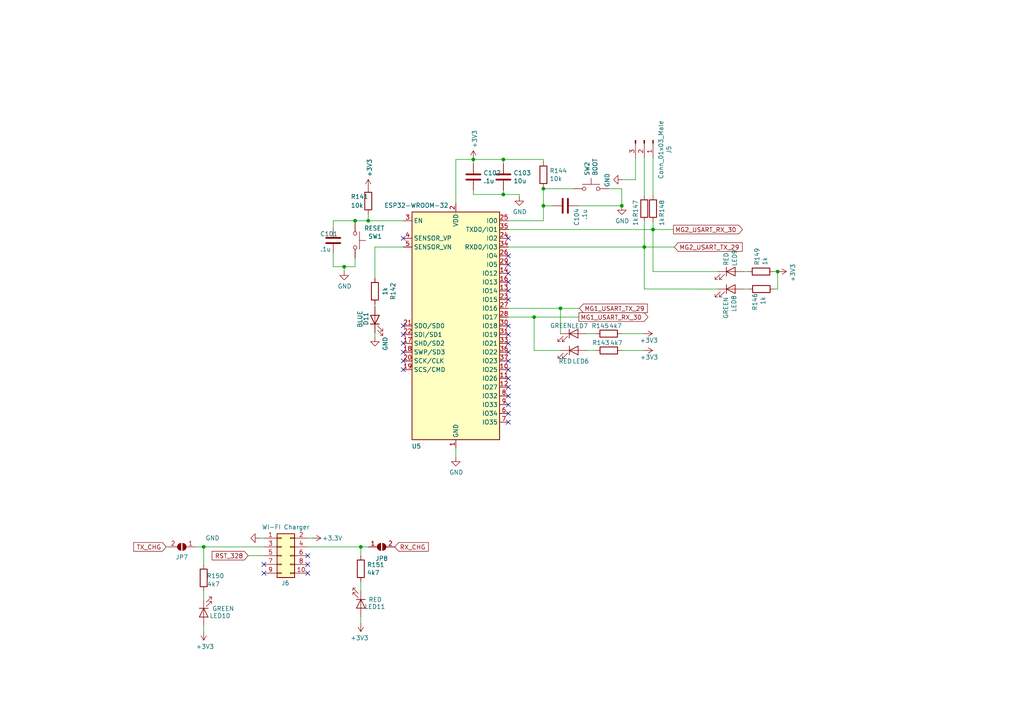
<source format=kicad_sch>
(kicad_sch (version 20211123) (generator eeschema)
  (paper "A4")
  (lib_symbols
    (symbol "Jumper:SolderJumper_2_Open" (pin_names (offset 0) hide)
      (property "Reference" "JP" (at 0 2.032 0))
      (property "Value" "SolderJumper_2_Open" (at 0 -2.54 0))
      (symbol "SolderJumper_2_Open_0_1"
        (arc (start -0.254 1.016) (mid -1.27 0) (end -0.254 -1.016))
        (arc (start -0.254 1.016) (mid -1.27 0) (end -0.254 -1.016) (fill (type outline)))
        (polyline (pts (xy -0.254 1.016) (xy -0.254 -1.016)))
        (polyline (pts (xy 0.254 1.016) (xy 0.254 -1.016)))
        (arc (start 0.254 -1.016) (mid 1.27 0) (end 0.254 1.016))
        (arc (start 0.254 -1.016) (mid 1.27 0) (end 0.254 1.016) (fill (type outline)))
      )
      (symbol "SolderJumper_2_Open_1_1"
        (pin passive line (at -3.81 0 0) (length 2.54) (name "A") (number "1"))
        (pin passive line (at 3.81 0 180) (length 2.54) (name "B") (number "2"))
      )
    )
    (symbol "auris-rescue:+3.3V-power" (power) (pin_names (offset 0))
      (property "Value" "+3.3V-power" (at 0 3.556 0))
      (symbol "+3.3V-power_0_1"
        (polyline (pts (xy -0.762 1.27) (xy 0 2.54)))
        (polyline (pts (xy 0 0) (xy 0 2.54)))
        (polyline (pts (xy 0 2.54) (xy 0.762 1.27)))
      )
      (symbol "+3.3V-power_1_1"
        (pin power_in line (at 0 0 90) (length 0) hide (name "+3V3") (number "1"))
      )
    )
    (symbol "auris-rescue:C-Device-prius_gen2-rescue-prius_gen2-rescue-prius_gen2-rescue" (pin_numbers hide) (pin_names (offset 0.254))
      (property "Reference" "C" (at 0.635 2.54 0))
      (property "Value" "C-Device-prius_gen2-rescue-prius_gen2-rescue-prius_gen2-rescue" (at 0.635 -2.54 0))
      (symbol "C-Device-prius_gen2-rescue-prius_gen2-rescue-prius_gen2-rescue_0_1"
        (polyline (pts (xy -2.032 -0.762) (xy 2.032 -0.762)) (stroke (width 0.508)))
        (polyline (pts (xy -2.032 0.762) (xy 2.032 0.762)) (stroke (width 0.508)))
      )
      (symbol "C-Device-prius_gen2-rescue-prius_gen2-rescue-prius_gen2-rescue_1_1"
        (pin passive line (at 0 3.81 270) (length 2.794) (name "~") (number "1"))
        (pin passive line (at 0 -3.81 90) (length 2.794) (name "~") (number "2"))
      )
    )
    (symbol "auris-rescue:Conn_01x03_Male-Connector-prius_gen2-rescue-prius_gen2-rescue-prius_gen2-rescue" (pin_names (offset 1.016) hide)
      (property "Reference" "J" (at 0 5.08 0))
      (property "Value" "Conn_01x03_Male-Connector-prius_gen2-rescue-prius_gen2-rescue-prius_gen2-rescue" (at 0 -5.08 0))
      (symbol "Conn_01x03_Male-Connector-prius_gen2-rescue-prius_gen2-rescue-prius_gen2-rescue_1_1"
        (polyline (pts (xy 1.27 -2.54) (xy 0.8636 -2.54)) (stroke (width 0.1524)))
        (polyline (pts (xy 1.27 0) (xy 0.8636 0)) (stroke (width 0.1524)))
        (polyline (pts (xy 1.27 2.54) (xy 0.8636 2.54)) (stroke (width 0.1524)))
        (rectangle (start 0.8636 -2.413) (end 0 -2.667) (stroke (width 0.1524)) (fill (type outline)))
        (rectangle (start 0.8636 0.127) (end 0 -0.127) (stroke (width 0.1524)) (fill (type outline)))
        (rectangle (start 0.8636 2.667) (end 0 2.413) (stroke (width 0.1524)) (fill (type outline)))
        (pin passive line (at 5.08 2.54 180) (length 3.81) (name "Pin_1") (number "1"))
        (pin passive line (at 5.08 0 180) (length 3.81) (name "Pin_2") (number "2"))
        (pin passive line (at 5.08 -2.54 180) (length 3.81) (name "Pin_3") (number "3"))
      )
    )
    (symbol "auris-rescue:Conn_02x05_Odd_Even-Connector_Generic" (pin_names (offset 1.016) hide)
      (property "Reference" "J" (at 1.27 7.62 0))
      (property "Value" "Conn_02x05_Odd_Even-Connector_Generic" (at 1.27 -7.62 0))
      (symbol "Conn_02x05_Odd_Even-Connector_Generic_1_1"
        (rectangle (start -1.27 -4.953) (end 0 -5.207) (stroke (width 0.1524)))
        (rectangle (start -1.27 -2.413) (end 0 -2.667) (stroke (width 0.1524)))
        (rectangle (start -1.27 0.127) (end 0 -0.127) (stroke (width 0.1524)))
        (rectangle (start -1.27 2.667) (end 0 2.413) (stroke (width 0.1524)))
        (rectangle (start -1.27 5.207) (end 0 4.953) (stroke (width 0.1524)))
        (rectangle (start -1.27 6.35) (end 3.81 -6.35) (stroke (width 0.254)) (fill (type background)))
        (rectangle (start 3.81 -4.953) (end 2.54 -5.207) (stroke (width 0.1524)))
        (rectangle (start 3.81 -2.413) (end 2.54 -2.667) (stroke (width 0.1524)))
        (rectangle (start 3.81 0.127) (end 2.54 -0.127) (stroke (width 0.1524)))
        (rectangle (start 3.81 2.667) (end 2.54 2.413) (stroke (width 0.1524)))
        (rectangle (start 3.81 5.207) (end 2.54 4.953) (stroke (width 0.1524)))
        (pin passive line (at -5.08 5.08 0) (length 3.81) (name "Pin_1") (number "1"))
        (pin passive line (at 7.62 -5.08 180) (length 3.81) (name "Pin_10") (number "10"))
        (pin passive line (at 7.62 5.08 180) (length 3.81) (name "Pin_2") (number "2"))
        (pin passive line (at -5.08 2.54 0) (length 3.81) (name "Pin_3") (number "3"))
        (pin passive line (at 7.62 2.54 180) (length 3.81) (name "Pin_4") (number "4"))
        (pin passive line (at -5.08 0 0) (length 3.81) (name "Pin_5") (number "5"))
        (pin passive line (at 7.62 0 180) (length 3.81) (name "Pin_6") (number "6"))
        (pin passive line (at -5.08 -2.54 0) (length 3.81) (name "Pin_7") (number "7"))
        (pin passive line (at 7.62 -2.54 180) (length 3.81) (name "Pin_8") (number "8"))
        (pin passive line (at -5.08 -5.08 0) (length 3.81) (name "Pin_9") (number "9"))
      )
    )
    (symbol "auris-rescue:ESP32-WROOM-32-RF_Module-prius_gen2-rescue-prius_gen2-rescue-prius_gen2-rescue"
      (property "Reference" "U" (at -12.7 34.29 0))
      (property "Value" "ESP32-WROOM-32-RF_Module-prius_gen2-rescue-prius_gen2-rescue-prius_gen2-rescue" (at 1.27 34.29 0))
      (symbol "ESP32-WROOM-32-RF_Module-prius_gen2-rescue-prius_gen2-rescue-prius_gen2-rescue_0_1"
        (rectangle (start -12.7 33.02) (end 12.7 -33.02) (stroke (width 0.254)) (fill (type background)))
      )
      (symbol "ESP32-WROOM-32-RF_Module-prius_gen2-rescue-prius_gen2-rescue-prius_gen2-rescue_1_1"
        (pin power_in line (at 0 -35.56 90) (length 2.54) (name "GND") (number "1"))
        (pin bidirectional line (at 15.24 -12.7 180) (length 2.54) (name "IO25") (number "10"))
        (pin bidirectional line (at 15.24 -15.24 180) (length 2.54) (name "IO26") (number "11"))
        (pin bidirectional line (at 15.24 -17.78 180) (length 2.54) (name "IO27") (number "12"))
        (pin bidirectional line (at 15.24 10.16 180) (length 2.54) (name "IO14") (number "13"))
        (pin bidirectional line (at 15.24 15.24 180) (length 2.54) (name "IO12") (number "14"))
        (pin passive line (at 0 -35.56 90) (length 2.54) hide (name "GND") (number "15"))
        (pin bidirectional line (at 15.24 12.7 180) (length 2.54) (name "IO13") (number "16"))
        (pin bidirectional line (at -15.24 -5.08 0) (length 2.54) (name "SHD/SD2") (number "17"))
        (pin bidirectional line (at -15.24 -7.62 0) (length 2.54) (name "SWP/SD3") (number "18"))
        (pin bidirectional line (at -15.24 -12.7 0) (length 2.54) (name "SCS/CMD") (number "19"))
        (pin power_in line (at 0 35.56 270) (length 2.54) (name "VDD") (number "2"))
        (pin bidirectional line (at -15.24 -10.16 0) (length 2.54) (name "SCK/CLK") (number "20"))
        (pin bidirectional line (at -15.24 0 0) (length 2.54) (name "SDO/SD0") (number "21"))
        (pin bidirectional line (at -15.24 -2.54 0) (length 2.54) (name "SDI/SD1") (number "22"))
        (pin bidirectional line (at 15.24 7.62 180) (length 2.54) (name "IO15") (number "23"))
        (pin bidirectional line (at 15.24 25.4 180) (length 2.54) (name "IO2") (number "24"))
        (pin bidirectional line (at 15.24 30.48 180) (length 2.54) (name "IO0") (number "25"))
        (pin bidirectional line (at 15.24 20.32 180) (length 2.54) (name "IO4") (number "26"))
        (pin bidirectional line (at 15.24 5.08 180) (length 2.54) (name "IO16") (number "27"))
        (pin bidirectional line (at 15.24 2.54 180) (length 2.54) (name "IO17") (number "28"))
        (pin bidirectional line (at 15.24 17.78 180) (length 2.54) (name "IO5") (number "29"))
        (pin input line (at -15.24 30.48 0) (length 2.54) (name "EN") (number "3"))
        (pin bidirectional line (at 15.24 0 180) (length 2.54) (name "IO18") (number "30"))
        (pin bidirectional line (at 15.24 -2.54 180) (length 2.54) (name "IO19") (number "31"))
        (pin no_connect line (at -12.7 -27.94 0) (length 2.54) hide (name "NC") (number "32"))
        (pin bidirectional line (at 15.24 -5.08 180) (length 2.54) (name "IO21") (number "33"))
        (pin bidirectional line (at 15.24 22.86 180) (length 2.54) (name "RXD0/IO3") (number "34"))
        (pin bidirectional line (at 15.24 27.94 180) (length 2.54) (name "TXD0/IO1") (number "35"))
        (pin bidirectional line (at 15.24 -7.62 180) (length 2.54) (name "IO22") (number "36"))
        (pin bidirectional line (at 15.24 -10.16 180) (length 2.54) (name "IO23") (number "37"))
        (pin passive line (at 0 -35.56 90) (length 2.54) hide (name "GND") (number "38"))
        (pin passive line (at 0 -35.56 90) (length 2.54) hide (name "GND") (number "39"))
        (pin input line (at -15.24 25.4 0) (length 2.54) (name "SENSOR_VP") (number "4"))
        (pin input line (at -15.24 22.86 0) (length 2.54) (name "SENSOR_VN") (number "5"))
        (pin input line (at 15.24 -25.4 180) (length 2.54) (name "IO34") (number "6"))
        (pin input line (at 15.24 -27.94 180) (length 2.54) (name "IO35") (number "7"))
        (pin bidirectional line (at 15.24 -20.32 180) (length 2.54) (name "IO32") (number "8"))
        (pin bidirectional line (at 15.24 -22.86 180) (length 2.54) (name "IO33") (number "9"))
      )
    )
    (symbol "auris-rescue:GND-power" (power) (pin_names (offset 0))
      (property "Value" "GND-power" (at 0 -3.81 0))
      (symbol "GND-power_0_1"
        (polyline (pts (xy 0 0) (xy 0 -1.27) (xy 1.27 -1.27) (xy 0 -2.54) (xy -1.27 -1.27) (xy 0 -1.27)))
      )
      (symbol "GND-power_1_1"
        (pin power_in line (at 0 0 270) (length 0) hide (name "GND") (number "1"))
      )
    )
    (symbol "auris-rescue:GND-power-prius_gen2-rescue-prius_gen2-rescue-prius_gen2-rescue" (power) (pin_names (offset 0))
      (property "Value" "GND-power-prius_gen2-rescue-prius_gen2-rescue-prius_gen2-rescue" (at 0 -3.81 0))
      (symbol "GND-power-prius_gen2-rescue-prius_gen2-rescue-prius_gen2-rescue_0_1"
        (polyline (pts (xy 0 0) (xy 0 -1.27) (xy 1.27 -1.27) (xy 0 -2.54) (xy -1.27 -1.27) (xy 0 -1.27)))
      )
      (symbol "GND-power-prius_gen2-rescue-prius_gen2-rescue-prius_gen2-rescue_1_1"
        (pin power_in line (at 0 0 270) (length 0) hide (name "GND") (number "1"))
      )
    )
    (symbol "auris-rescue:LED-Device" (pin_numbers hide) (pin_names (offset 1.016) hide)
      (property "Reference" "D" (at 0 2.54 0))
      (property "Value" "LED-Device" (at 0 -2.54 0))
      (symbol "LED-Device_0_1"
        (polyline (pts (xy -1.27 -1.27) (xy -1.27 1.27)) (stroke (width 0.2032)))
        (polyline (pts (xy -1.27 0) (xy 1.27 0)))
        (polyline (pts (xy 1.27 -1.27) (xy 1.27 1.27) (xy -1.27 0) (xy 1.27 -1.27)) (stroke (width 0.2032)))
        (polyline (pts (xy -3.048 -0.762) (xy -4.572 -2.286) (xy -3.81 -2.286) (xy -4.572 -2.286) (xy -4.572 -1.524)))
        (polyline (pts (xy -1.778 -0.762) (xy -3.302 -2.286) (xy -2.54 -2.286) (xy -3.302 -2.286) (xy -3.302 -1.524)))
      )
      (symbol "LED-Device_1_1"
        (pin passive line (at -3.81 0 0) (length 2.54) (name "K") (number "1"))
        (pin passive line (at 3.81 0 180) (length 2.54) (name "A") (number "2"))
      )
    )
    (symbol "auris-rescue:LED-Device-prius_gen2-rescue-prius_gen2-rescue-prius_gen2-rescue" (pin_numbers hide) (pin_names (offset 1.016) hide)
      (property "Reference" "D" (at 0 2.54 0))
      (property "Value" "LED-Device-prius_gen2-rescue-prius_gen2-rescue-prius_gen2-rescue" (at 0 -2.54 0))
      (symbol "LED-Device-prius_gen2-rescue-prius_gen2-rescue-prius_gen2-rescue_0_1"
        (polyline (pts (xy -1.27 -1.27) (xy -1.27 1.27)) (stroke (width 0.254)))
        (polyline (pts (xy -1.27 0) (xy 1.27 0)))
        (polyline (pts (xy 1.27 -1.27) (xy 1.27 1.27) (xy -1.27 0) (xy 1.27 -1.27)) (stroke (width 0.254)))
        (polyline (pts (xy -3.048 -0.762) (xy -4.572 -2.286) (xy -3.81 -2.286) (xy -4.572 -2.286) (xy -4.572 -1.524)))
        (polyline (pts (xy -1.778 -0.762) (xy -3.302 -2.286) (xy -2.54 -2.286) (xy -3.302 -2.286) (xy -3.302 -1.524)))
      )
      (symbol "LED-Device-prius_gen2-rescue-prius_gen2-rescue-prius_gen2-rescue_1_1"
        (pin passive line (at -3.81 0 0) (length 2.54) (name "K") (number "1"))
        (pin passive line (at 3.81 0 180) (length 2.54) (name "A") (number "2"))
      )
    )
    (symbol "auris-rescue:R-Device" (pin_numbers hide) (pin_names (offset 0))
      (property "Reference" "R" (at 2.032 0 90))
      (property "Value" "R-Device" (at 0 0 90))
      (symbol "R-Device_0_1"
        (rectangle (start -1.016 -2.54) (end 1.016 2.54) (stroke (width 0.254)))
      )
      (symbol "R-Device_1_1"
        (pin passive line (at 0 3.81 270) (length 1.27) (name "~") (number "1"))
        (pin passive line (at 0 -3.81 90) (length 1.27) (name "~") (number "2"))
      )
    )
    (symbol "auris-rescue:R-Device-prius_gen2-rescue-prius_gen2-rescue-prius_gen2-rescue" (pin_numbers hide) (pin_names (offset 0))
      (property "Reference" "R" (at 2.032 0 90))
      (property "Value" "R-Device-prius_gen2-rescue-prius_gen2-rescue-prius_gen2-rescue" (at 0 0 90))
      (symbol "R-Device-prius_gen2-rescue-prius_gen2-rescue-prius_gen2-rescue_0_1"
        (rectangle (start -1.016 -2.54) (end 1.016 2.54) (stroke (width 0.254)))
      )
      (symbol "R-Device-prius_gen2-rescue-prius_gen2-rescue-prius_gen2-rescue_1_1"
        (pin passive line (at 0 3.81 270) (length 1.27) (name "~") (number "1"))
        (pin passive line (at 0 -3.81 90) (length 1.27) (name "~") (number "2"))
      )
    )
    (symbol "auris-rescue:SW_Push-Switch-prius_gen2-rescue-prius_gen2-rescue-prius_gen2-rescue" (pin_numbers hide) (pin_names (offset 1.016) hide)
      (property "Reference" "SW" (at 1.27 2.54 0))
      (property "Value" "SW_Push-Switch-prius_gen2-rescue-prius_gen2-rescue-prius_gen2-rescue" (at 0 -1.524 0))
      (symbol "SW_Push-Switch-prius_gen2-rescue-prius_gen2-rescue-prius_gen2-rescue_0_1"
        (circle (center -2.032 0) (radius 0.508))
        (polyline (pts (xy 0 1.27) (xy 0 3.048)))
        (polyline (pts (xy 2.54 1.27) (xy -2.54 1.27)))
        (circle (center 2.032 0) (radius 0.508))
        (pin passive line (at -5.08 0 0) (length 2.54) (name "1") (number "1"))
        (pin passive line (at 5.08 0 180) (length 2.54) (name "2") (number "2"))
      )
    )
    (symbol "power:+3.3V" (power) (pin_names (offset 0))
      (property "Value" "+3.3V" (at 0 3.556 0))
      (symbol "+3.3V_0_1"
        (polyline (pts (xy -0.762 1.27) (xy 0 2.54)))
        (polyline (pts (xy 0 0) (xy 0 2.54)))
        (polyline (pts (xy 0 2.54) (xy 0.762 1.27)))
      )
      (symbol "+3.3V_1_1"
        (pin power_in line (at 0 0 90) (length 0) hide (name "+3.3V") (number "1"))
      )
    )
  )
  (junction (at 104.648 158.623))
  (junction (at 145.9992 46.2534))
  (junction (at 106.807 64.0334))
  (junction (at 180.34 59.69))
  (junction (at 186.8678 71.6534))
  (junction (at 225.552 78.7654))
  (junction (at 157.607 54.737))
  (junction (at 102.997 64.0334))
  (junction (at 189.4078 66.5734))
  (junction (at 162.56 89.4334))
  (junction (at 154.9146 91.9734))
  (junction (at 157.607 59.69))
  (junction (at 99.822 77.3684))
  (junction (at 137.287 46.2534))
  (junction (at 59.0804 158.623))
  (junction (at 145.9992 56.4134))
  (no_connect (at 147.447 74.1934))
  (no_connect (at 147.447 86.8934))
  (no_connect (at 147.447 69.1134))
  (no_connect (at 147.447 109.7534))
  (no_connect (at 147.447 76.7334))
  (no_connect (at 116.967 69.1134))
  (no_connect (at 147.447 94.5134))
  (no_connect (at 147.447 104.6734))
  (no_connect (at 147.447 114.8334))
  (no_connect (at 116.967 102.1334))
  (no_connect (at 147.447 97.0534))
  (no_connect (at 116.967 97.0534))
  (no_connect (at 147.447 84.3534))
  (no_connect (at 147.447 107.2134))
  (no_connect (at 116.967 99.5934))
  (no_connect (at 147.447 102.1334))
  (no_connect (at 116.967 94.5134))
  (no_connect (at 147.447 117.3734))
  (no_connect (at 147.447 81.8134))
  (no_connect (at 147.447 112.2934))
  (no_connect (at 147.447 99.5934))
  (no_connect (at 116.967 104.6734))
  (no_connect (at 147.447 122.4534))
  (no_connect (at 147.447 119.9134))
  (no_connect (at 89.2556 161.163))
  (no_connect (at 89.2556 163.703))
  (no_connect (at 89.2556 166.243))
  (no_connect (at 76.5556 163.703))
  (no_connect (at 76.5556 166.243))
  (no_connect (at 116.967 107.2134))
  (no_connect (at 147.447 79.2734))
  (wire (pts (xy 154.9146 91.9734) (xy 167.894 91.9734)))
  (wire (pts (xy 145.9992 46.2534) (xy 157.607 46.2534)))
  (wire (pts (xy 137.287 56.4134) (xy 137.287 55.1434)))
  (wire (pts (xy 162.56 89.4334) (xy 162.56 96.774)))
  (wire (pts (xy 132.207 130.0734) (xy 132.207 132.6134)))
  (wire (pts (xy 59.0804 181.5084) (xy 59.0804 183.1594)))
  (wire (pts (xy 176.53 54.737) (xy 180.34 54.737)))
  (wire (pts (xy 180.34 54.737) (xy 180.34 59.69)))
  (wire (pts (xy 189.4078 66.5734) (xy 195.326 66.5734)))
  (wire (pts (xy 154.9146 91.9734) (xy 154.9146 101.6508)))
  (wire (pts (xy 108.7374 71.6534) (xy 108.7374 80.6704)))
  (wire (pts (xy 106.807 62.1284) (xy 106.807 64.0334)))
  (wire (pts (xy 99.822 78.6384) (xy 99.822 77.3684)))
  (wire (pts (xy 150.622 57.0484) (xy 150.622 56.4134)))
  (wire (pts (xy 59.0804 158.623) (xy 59.0804 163.8046)))
  (wire (pts (xy 186.8678 71.6534) (xy 195.58 71.6534)))
  (wire (pts (xy 186.8678 83.82) (xy 208.153 83.8454)))
  (wire (pts (xy 186.8678 45.7708) (xy 186.8678 56.6928)))
  (wire (pts (xy 59.0804 158.623) (xy 76.5556 158.623)))
  (wire (pts (xy 104.648 158.623) (xy 104.648 161.163)))
  (wire (pts (xy 137.287 46.2534) (xy 145.9992 46.2534)))
  (wire (pts (xy 157.607 54.5084) (xy 157.607 54.737)))
  (wire (pts (xy 166.37 54.737) (xy 157.607 54.737)))
  (wire (pts (xy 145.9992 56.4134) (xy 150.622 56.4134)))
  (wire (pts (xy 96.647 64.0334) (xy 96.647 65.9384)))
  (wire (pts (xy 157.607 54.737) (xy 157.607 59.69)))
  (wire (pts (xy 89.2556 156.083) (xy 90.5256 156.083)))
  (wire (pts (xy 108.7374 88.9254) (xy 108.7374 88.2904)))
  (wire (pts (xy 157.607 59.69) (xy 157.607 64.0334)))
  (wire (pts (xy 147.447 89.4334) (xy 162.56 89.4334)))
  (wire (pts (xy 154.9146 101.6508) (xy 162.6108 101.6508)))
  (wire (pts (xy 59.0804 173.8884) (xy 59.0804 171.4246)))
  (wire (pts (xy 104.648 168.783) (xy 104.648 171.323)))
  (wire (pts (xy 106.807 64.0334) (xy 116.967 64.0334)))
  (wire (pts (xy 184.3278 52.1208) (xy 184.3278 45.7708)))
  (wire (pts (xy 137.287 46.2534) (xy 137.287 47.5234)))
  (wire (pts (xy 186.8678 64.3128) (xy 186.8678 71.6534)))
  (wire (pts (xy 89.2556 158.623) (xy 104.648 158.623)))
  (wire (pts (xy 189.4078 64.3128) (xy 189.4078 66.5734)))
  (wire (pts (xy 147.447 66.5734) (xy 189.4078 66.5734)))
  (wire (pts (xy 162.56 89.4334) (xy 168.0464 89.4334)))
  (wire (pts (xy 189.4078 45.7708) (xy 189.4078 56.6928)))
  (wire (pts (xy 102.997 77.3684) (xy 102.997 74.8284)))
  (wire (pts (xy 186.8678 71.6534) (xy 186.8678 83.82)))
  (wire (pts (xy 102.997 64.0334) (xy 106.807 64.0334)))
  (wire (pts (xy 147.447 64.0334) (xy 157.607 64.0334)))
  (wire (pts (xy 137.287 56.4134) (xy 145.9992 56.4134)))
  (wire (pts (xy 106.807 54.61) (xy 106.807 54.5084)))
  (wire (pts (xy 102.997 64.0334) (xy 96.647 64.0334)))
  (wire (pts (xy 189.4078 66.5734) (xy 189.4078 78.7654)))
  (wire (pts (xy 116.967 71.6534) (xy 108.7374 71.6534)))
  (wire (pts (xy 215.773 78.7654) (xy 216.916 78.7654)))
  (wire (pts (xy 170.18 96.774) (xy 172.72 96.774)))
  (wire (pts (xy 102.997 64.6684) (xy 102.997 64.0334)))
  (wire (pts (xy 145.9992 55.1434) (xy 145.9992 56.4134)))
  (wire (pts (xy 76.5556 156.083) (xy 75.2856 156.083)))
  (wire (pts (xy 170.2308 101.6508) (xy 172.7708 101.6508)))
  (wire (pts (xy 180.34 59.69) (xy 167.767 59.69)))
  (wire (pts (xy 132.207 46.2534) (xy 137.287 46.2534)))
  (wire (pts (xy 189.4078 78.7654) (xy 208.153 78.7654)))
  (wire (pts (xy 224.6376 83.8454) (xy 225.552 83.8454)))
  (wire (pts (xy 224.536 78.7654) (xy 225.552 78.7654)))
  (wire (pts (xy 145.9992 47.5234) (xy 145.9992 46.2534)))
  (wire (pts (xy 180.34 96.774) (xy 186.69 96.774)))
  (wire (pts (xy 48.2092 158.623) (xy 48.9204 158.623)))
  (wire (pts (xy 132.207 58.9534) (xy 132.207 46.2534)))
  (wire (pts (xy 96.647 73.5584) (xy 96.647 77.3684)))
  (wire (pts (xy 99.822 77.3684) (xy 102.997 77.3684)))
  (wire (pts (xy 108.7374 96.5454) (xy 108.7374 97.8154)))
  (wire (pts (xy 215.773 83.8454) (xy 217.0176 83.8454)))
  (wire (pts (xy 180.3908 101.6508) (xy 186.7408 101.6508)))
  (wire (pts (xy 147.447 71.6534) (xy 186.8678 71.6534)))
  (wire (pts (xy 104.648 158.623) (xy 106.8832 158.623)))
  (wire (pts (xy 71.9836 161.163) (xy 76.5556 161.163)))
  (wire (pts (xy 147.447 91.9734) (xy 154.9146 91.9734)))
  (wire (pts (xy 96.647 77.3684) (xy 99.822 77.3684)))
  (wire (pts (xy 104.648 178.943) (xy 104.648 180.6448)))
  (wire (pts (xy 56.5404 158.623) (xy 59.0804 158.623)))
  (wire (pts (xy 157.607 46.2534) (xy 157.607 46.8884)))
  (wire (pts (xy 225.552 83.8454) (xy 225.552 78.7654)))
  (wire (pts (xy 180.5178 52.1208) (xy 184.3278 52.1208)))
  (wire (pts (xy 160.147 59.69) (xy 157.607 59.69)))
  (global_label "RST_328" (shape input) (at 71.9836 161.163 180) (property "Обозначения листов" "${INTERSHEET_REFS}" (effects hide)))
  (global_label "TX_CHG" (shape input) (at 48.2092 158.623 180) (property "Обозначения листов" "${INTERSHEET_REFS}" (effects hide)))
  (global_label "MG1_USART_RX_30" (shape output) (at 167.894 91.9734 0) (property "Обозначения листов" "${INTERSHEET_REFS}" (effects hide)))
  (global_label "MG1_USART_TX_29" (shape input) (at 168.0464 89.4334 0) (property "Обозначения листов" "${INTERSHEET_REFS}" (effects hide)))
  (global_label "MG2_USART_RX_30" (shape output) (at 195.326 66.5734 0) (property "Обозначения листов" "${INTERSHEET_REFS}" (effects hide)))
  (global_label "MG2_USART_TX_29" (shape input) (at 195.58 71.6534 0) (property "Обозначения листов" "${INTERSHEET_REFS}" (effects hide)))
  (global_label "RX_CHG" (shape input) (at 114.5032 158.623 0) (property "Обозначения листов" "${INTERSHEET_REFS}" (effects hide)))
  (symbol (lib_id "auris-rescue:ESP32-WROOM-32-RF_Module-prius_gen2-rescue-prius_gen2-rescue-prius_gen2-rescue") (at 132.207 94.5134 0) (unit 1)
    (property "Reference" "U5" (at 120.777 129.4384 0))
    (property "Value" "ESP32-WROOM-32" (at 120.777 59.5884 0))
    (property "Footprint" "RF_Module:ESP32-WROOM-32" (effects hide))
    (property "Datasheet" "https://www.espressif.com/sites/default/files/documentation/esp32-wroom-32_datasheet_en.pdf" (effects hide))
  )
  (symbol (lib_id "auris-rescue:GND-power-prius_gen2-rescue-prius_gen2-rescue-prius_gen2-rescue") (at 132.207 132.6134 0) (unit 1)
    (property "Reference" "#PWR0205" (effects hide))
    (property "Value" "GND" (at 132.334 137.0076 0))
  )
  (symbol (lib_id "auris-rescue:SW_Push-Switch-prius_gen2-rescue-prius_gen2-rescue-prius_gen2-rescue") (at 102.997 69.7484 270) (unit 1)
    (property "Reference" "SW1" (at 106.7562 68.58 90) (effects (justify left)))
    (property "Value" "RESET" (at 105.6132 66.2178 90) (effects (justify left)))
    (property "Footprint" "Button_Switch_SMD:SW_SPST_EVQQ2" (effects hide))
  )
  (symbol (lib_id "auris-rescue:C-Device-prius_gen2-rescue-prius_gen2-rescue-prius_gen2-rescue") (at 137.287 51.3334 0) (unit 1)
    (property "Reference" "C102" (at 140.208 50.165 0) (effects (justify left)))
    (property "Value" ".1u" (at 140.208 52.4764 0) (effects (justify left)))
    (property "Footprint" "Capacitor_SMD:C_0805_2012Metric" (effects hide))
  )
  (symbol (lib_id "auris-rescue:C-Device-prius_gen2-rescue-prius_gen2-rescue-prius_gen2-rescue") (at 145.9992 51.3334 0) (unit 1)
    (property "Reference" "C103" (at 148.9202 50.165 0) (effects (justify left)))
    (property "Value" "10u" (at 148.9202 52.4764 0) (effects (justify left)))
    (property "Footprint" "Capacitor_SMD:C_0805_2012Metric" (effects hide))
  )
  (symbol (lib_id "auris-rescue:GND-power-prius_gen2-rescue-prius_gen2-rescue-prius_gen2-rescue") (at 150.622 57.0484 0) (unit 1)
    (property "Reference" "#PWR0206" (effects hide))
    (property "Value" "GND" (at 150.749 61.4426 0))
  )
  (symbol (lib_id "auris-rescue:R-Device-prius_gen2-rescue-prius_gen2-rescue-prius_gen2-rescue") (at 106.807 58.3184 0) (unit 1)
    (property "Reference" "R141" (at 101.727 57.0484 0) (effects (justify left)))
    (property "Value" "10k" (at 101.727 59.5884 0) (effects (justify left)))
    (property "Footprint" "Resistor_SMD:R_0805_2012Metric" (effects hide))
  )
  (symbol (lib_id "auris-rescue:C-Device-prius_gen2-rescue-prius_gen2-rescue-prius_gen2-rescue") (at 96.647 69.7484 0) (unit 1)
    (property "Reference" "C101" (at 92.837 67.8434 0) (effects (justify left)))
    (property "Value" ".1u" (at 92.837 72.2884 0) (effects (justify left)))
    (property "Footprint" "Capacitor_SMD:C_0805_2012Metric" (effects hide))
  )
  (symbol (lib_id "auris-rescue:GND-power-prius_gen2-rescue-prius_gen2-rescue-prius_gen2-rescue") (at 99.822 78.6384 0) (unit 1)
    (property "Reference" "#PWR0207" (effects hide))
    (property "Value" "GND" (at 99.949 83.0326 0))
  )
  (symbol (lib_id "auris-rescue:Conn_01x03_Male-Connector-prius_gen2-rescue-prius_gen2-rescue-prius_gen2-rescue") (at 186.8678 40.6908 270) (unit 1)
    (property "Reference" "J5" (at 194.0052 43.434 0))
    (property "Value" "Conn_01x03_Male" (at 191.6938 43.434 0))
    (property "Footprint" "Connector_PinSocket_1.27mm:PinSocket_1x03_P1.27mm_Vertical_SMD_Pin1Left" (effects hide))
  )
  (symbol (lib_id "auris-rescue:GND-power-prius_gen2-rescue-prius_gen2-rescue-prius_gen2-rescue") (at 180.34 59.69 0) (unit 1)
    (property "Reference" "#PWR0208" (effects hide))
    (property "Value" "GND" (at 180.467 64.0842 0))
  )
  (symbol (lib_id "auris-rescue:+3.3V-power") (at 106.807 54.61 0) (unit 1)
    (property "Reference" "#PWR0211" (effects hide))
    (property "Value" "+3.3V" (at 107.188 51.3588 90) (effects (justify left)))
  )
  (symbol (lib_id "auris-rescue:+3.3V-power") (at 137.287 46.2534 0) (unit 1)
    (property "Reference" "#PWR0212" (effects hide))
    (property "Value" "+3.3V" (at 137.668 43.0022 90) (effects (justify left)))
  )
  (symbol (lib_id "auris-rescue:R-Device-prius_gen2-rescue-prius_gen2-rescue-prius_gen2-rescue") (at 157.607 50.6984 0) (unit 1)
    (property "Reference" "R144" (at 159.385 49.53 0) (effects (justify left)))
    (property "Value" "10k" (at 159.385 51.8414 0) (effects (justify left)))
    (property "Footprint" "Resistor_SMD:R_0805_2012Metric" (effects hide))
  )
  (symbol (lib_id "auris-rescue:C-Device-prius_gen2-rescue-prius_gen2-rescue-prius_gen2-rescue") (at 163.957 59.69 270) (unit 1)
    (property "Reference" "C104" (at 167.259 60.4012 0) (effects (justify left)))
    (property "Value" ".1u" (at 169.5704 60.6298 0) (effects (justify left)))
    (property "Footprint" "Capacitor_SMD:C_0805_2012Metric" (effects hide))
  )
  (symbol (lib_id "auris-rescue:SW_Push-Switch-prius_gen2-rescue-prius_gen2-rescue-prius_gen2-rescue") (at 171.45 54.737 0) (unit 1)
    (property "Reference" "SW2" (at 170.2816 50.9778 90) (effects (justify left)))
    (property "Value" "BOOT" (at 172.593 50.9778 90) (effects (justify left)))
    (property "Footprint" "Button_Switch_SMD:SW_SPST_EVQQ2" (effects hide))
  )
  (symbol (lib_id "auris-rescue:LED-Device-prius_gen2-rescue-prius_gen2-rescue-prius_gen2-rescue") (at 108.7374 92.7354 90) (unit 1)
    (property "Reference" "D11" (at 106.1212 92.456 0))
    (property "Value" "BLUE" (at 104.4194 92.5576 0))
    (property "Footprint" "LED_SMD:LED_0805_2012Metric" (effects hide))
  )
  (symbol (lib_id "auris-rescue:R-Device-prius_gen2-rescue-prius_gen2-rescue-prius_gen2-rescue") (at 108.7374 84.4804 0) (unit 1)
    (property "Reference" "R142" (at 113.9952 84.4804 90))
    (property "Value" "1k" (at 111.6838 84.4804 90))
    (property "Footprint" "Resistor_SMD:R_0805_2012Metric" (effects hide))
  )
  (symbol (lib_id "auris-rescue:GND-power-prius_gen2-rescue-prius_gen2-rescue-prius_gen2-rescue") (at 108.7374 97.8154 0) (unit 1)
    (property "Reference" "#PWR0209" (effects hide))
    (property "Value" "GND" (at 111.7346 99.695 90))
  )
  (symbol (lib_id "auris-rescue:GND-power-prius_gen2-rescue-prius_gen2-rescue-prius_gen2-rescue") (at 180.5178 52.1208 270) (unit 1)
    (property "Reference" "#PWR0210" (effects hide))
    (property "Value" "GND" (at 176.1236 52.2478 0))
  )
  (symbol (lib_id "Jumper:SolderJumper_2_Open") (at 110.6932 158.623 0) (unit 1)
    (property "Reference" "JP8" (at 110.7186 162.0012 0))
    (property "Value" "SolderJumper_2_Open" (effects hide))
    (property "Footprint" "Jumper:SolderJumper-2_P1.3mm_Open_RoundedPad1.0x1.5mm" (effects hide))
  )
  (symbol (lib_id "Jumper:SolderJumper_2_Open") (at 52.7304 158.623 0) (mirror y) (unit 1)
    (property "Reference" "JP7" (at 52.7558 161.5948 0))
    (property "Value" "SolderJumper_2_Open" (effects hide))
    (property "Footprint" "Jumper:SolderJumper-2_P1.3mm_Open_RoundedPad1.0x1.5mm" (effects hide))
  )
  (symbol (lib_id "auris-rescue:R-Device-prius_gen2-rescue-prius_gen2-rescue-prius_gen2-rescue") (at 186.8678 60.5028 0) (unit 1)
    (property "Reference" "R147" (at 184.3278 60.5028 90))
    (property "Value" "1k" (at 184.3278 64.3128 90))
    (property "Footprint" "Resistor_SMD:R_0805_2012Metric" (effects hide))
  )
  (symbol (lib_id "auris-rescue:R-Device-prius_gen2-rescue-prius_gen2-rescue-prius_gen2-rescue") (at 189.4078 60.5028 0) (unit 1)
    (property "Reference" "R148" (at 191.9478 60.5028 90))
    (property "Value" "1k" (at 191.9478 64.3128 90))
    (property "Footprint" "Resistor_SMD:R_0805_2012Metric" (effects hide))
  )
  (symbol (lib_id "auris-rescue:LED-Device") (at 166.4208 101.6508 0) (unit 1)
    (property "Reference" "LED6" (at 170.8912 104.775 0) (effects (justify right)))
    (property "Value" "RED" (at 165.9128 104.775 0) (effects (justify right)))
    (property "Footprint" "LED_SMD:LED_0805_2012Metric" (effects hide))
  )
  (symbol (lib_id "auris-rescue:R-Device") (at 176.5808 101.6508 90) (unit 1)
    (property "Reference" "R143" (at 176.8348 99.4156 90) (effects (justify left)))
    (property "Value" "4k7" (at 180.594 99.4664 90) (effects (justify left)))
    (property "Footprint" "Resistor_SMD:R_0805_2012Metric" (effects hide))
  )
  (symbol (lib_id "auris-rescue:LED-Device") (at 166.37 96.774 0) (unit 1)
    (property "Reference" "LED7" (at 170.5864 94.5388 0) (effects (justify right)))
    (property "Value" "GREEN" (at 165.9128 94.4626 0) (effects (justify right)))
    (property "Footprint" "LED_SMD:LED_0805_2012Metric" (effects hide))
  )
  (symbol (lib_id "auris-rescue:R-Device") (at 176.53 96.774 90) (unit 1)
    (property "Reference" "R145" (at 176.657 94.5134 90) (effects (justify left)))
    (property "Value" "4k7" (at 180.3908 94.5134 90) (effects (justify left)))
    (property "Footprint" "Resistor_SMD:R_0805_2012Metric" (effects hide))
  )
  (symbol (lib_id "auris-rescue:LED-Device") (at 211.963 83.8454 0) (unit 1)
    (property "Reference" "LED8" (at 212.8774 85.598 90) (effects (justify right)))
    (property "Value" "GREEN" (at 210.5152 86.106 90) (effects (justify right)))
    (property "Footprint" "LED_SMD:LED_0805_2012Metric" (effects hide))
  )
  (symbol (lib_id "auris-rescue:R-Device") (at 220.8276 83.8454 90) (unit 1)
    (property "Reference" "R146" (at 218.948 90.1192 0) (effects (justify left)))
    (property "Value" "1k" (at 221.3102 88.4428 0) (effects (justify left)))
    (property "Footprint" "Resistor_SMD:R_0805_2012Metric" (effects hide))
  )
  (symbol (lib_id "auris-rescue:LED-Device") (at 211.963 78.7654 0) (unit 1)
    (property "Reference" "LED9" (at 213.0552 72.3646 90) (effects (justify right)))
    (property "Value" "RED" (at 210.6168 73.2028 90) (effects (justify right)))
    (property "Footprint" "LED_SMD:LED_0805_2012Metric" (effects hide))
  )
  (symbol (lib_id "auris-rescue:R-Device") (at 220.726 78.7654 90) (unit 1)
    (property "Reference" "R149" (at 219.5576 76.9874 0) (effects (justify left)))
    (property "Value" "1k" (at 221.869 76.9874 0) (effects (justify left)))
    (property "Footprint" "Resistor_SMD:R_0805_2012Metric" (effects hide))
  )
  (symbol (lib_id "auris-rescue:+3.3V-power") (at 186.7408 101.6508 270) (unit 1)
    (property "Reference" "#PWR0215" (effects hide))
    (property "Value" "+3.3V" (at 188.2648 103.632 90))
  )
  (symbol (lib_id "auris-rescue:+3.3V-power") (at 186.69 96.774 270) (unit 1)
    (property "Reference" "#PWR0216" (effects hide))
    (property "Value" "+3.3V" (at 188.214 98.7298 90))
  )
  (symbol (lib_id "auris-rescue:+3.3V-power") (at 225.552 78.7654 270) (unit 1)
    (property "Reference" "#PWR0218" (effects hide))
    (property "Value" "+3.3V" (at 229.9462 79.1464 0))
  )
  (symbol (lib_id "power:+3.3V") (at 90.5256 156.083 270) (unit 1)
    (property "Reference" "#U06" (effects hide))
    (property "Value" "+3.3V" (at 93.4212 156.1084 90) (effects (justify left)))
  )
  (symbol (lib_id "auris-rescue:Conn_02x05_Odd_Even-Connector_Generic") (at 81.6356 161.163 0) (unit 1)
    (property "Reference" "J6" (at 82.7786 169.1132 0))
    (property "Value" "WI-FI Charger" (at 82.9056 152.8826 0))
    (property "Footprint" "Connector_PinHeader_2.54mm:PinHeader_2x05_P2.54mm_Vertical_SMD" (effects hide))
  )
  (symbol (lib_id "auris-rescue:R-Device") (at 104.648 164.973 0) (unit 1)
    (property "Reference" "R151" (at 106.426 163.8046 0) (effects (justify left)))
    (property "Value" "4k7" (at 106.426 166.116 0) (effects (justify left)))
    (property "Footprint" "Resistor_SMD:R_0805_2012Metric" (effects hide))
  )
  (symbol (lib_id "auris-rescue:LED-Device") (at 104.648 175.133 270) (unit 1)
    (property "Reference" "LED11" (at 111.7854 175.9712 90) (effects (justify right)))
    (property "Value" "RED" (at 110.7694 173.9138 90) (effects (justify right)))
    (property "Footprint" "LED_SMD:LED_0805_2012Metric" (effects hide))
  )
  (symbol (lib_id "auris-rescue:R-Device") (at 59.0804 167.6146 0) (mirror y) (unit 1)
    (property "Reference" "R150" (at 65.0494 167.0304 0) (effects (justify left)))
    (property "Value" "4k7" (at 63.7794 169.418 0) (effects (justify left)))
    (property "Footprint" "Resistor_SMD:R_0805_2012Metric" (effects hide))
  )
  (symbol (lib_id "auris-rescue:+3.3V-power") (at 104.648 180.6448 180) (unit 1)
    (property "Reference" "#PWR02" (effects hide))
    (property "Value" "+3.3V" (at 104.267 185.039 0))
  )
  (symbol (lib_id "auris-rescue:LED-Device") (at 59.0804 177.6984 90) (mirror x) (unit 1)
    (property "Reference" "LED10" (at 60.7822 178.6128 90) (effects (justify right)))
    (property "Value" "GREEN" (at 61.5442 176.53 90) (effects (justify right)))
    (property "Footprint" "LED_SMD:LED_0805_2012Metric" (effects hide))
  )
  (symbol (lib_id "auris-rescue:GND-power") (at 75.2856 156.083 270) (unit 1)
    (property "Reference" "#U07" (effects hide))
    (property "Value" "GND" (at 61.6458 156.0576 90))
  )
  (symbol (lib_id "auris-rescue:+3.3V-power") (at 59.0804 183.1594 0) (mirror x) (unit 1)
    (property "Reference" "#PWR01" (effects hide))
    (property "Value" "+3.3V" (at 59.4614 187.5536 0))
  )
)
</source>
